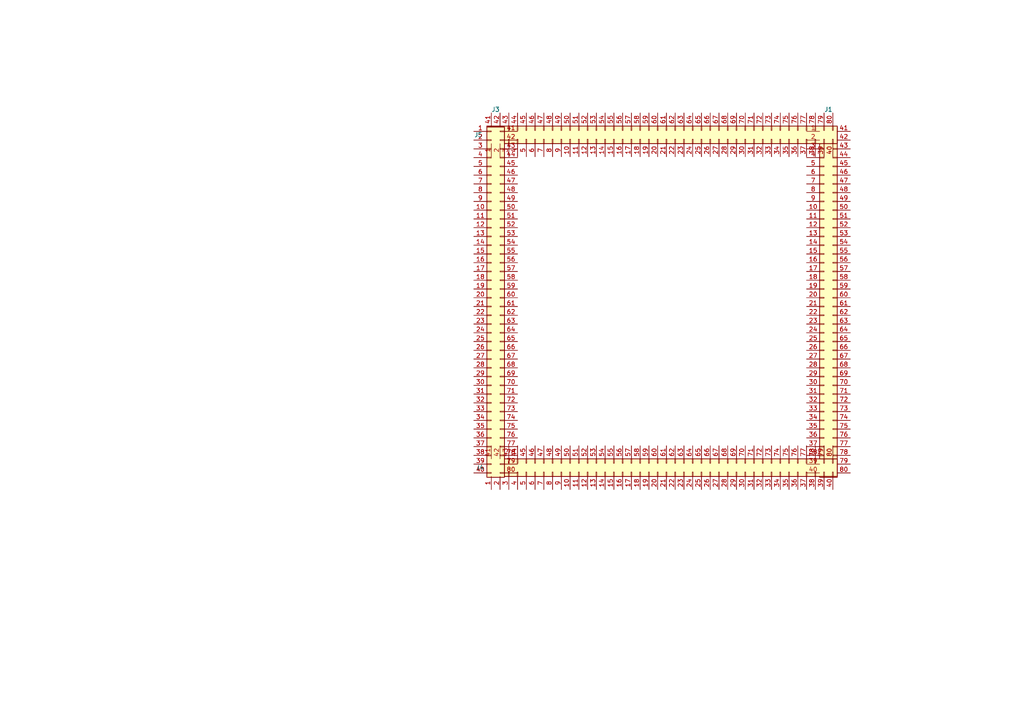
<source format=kicad_sch>
(kicad_sch (version 20230121) (generator eeschema)
  (paper "A4")
  (lib_symbols
    (symbol "Connector_Generic:Conn_02x40_Top_Bottom" (pin_names (offset 1.016) hide)
      (property "Reference" "J" (at 1.27 50.8 0))
      (property "Value" "Conn_02x40_Top_Bottom" (at 1.27 -53.34 0))
      (symbol "Conn_02x40_Top_Bottom_1_1"
        (rectangle (start -1.27 -50.673) (end 0 -50.927) (stroke (width 0.1524)))
        (rectangle (start -1.27 -48.133) (end 0 -48.387) (stroke (width 0.1524)))
        (rectangle (start -1.27 -45.593) (end 0 -45.847) (stroke (width 0.1524)))
        (rectangle (start -1.27 -43.053) (end 0 -43.307) (stroke (width 0.1524)))
        (rectangle (start -1.27 -40.513) (end 0 -40.767) (stroke (width 0.1524)))
        (rectangle (start -1.27 -37.973) (end 0 -38.227) (stroke (width 0.1524)))
        (rectangle (start -1.27 -35.433) (end 0 -35.687) (stroke (width 0.1524)))
        (rectangle (start -1.27 -32.893) (end 0 -33.147) (stroke (width 0.1524)))
        (rectangle (start -1.27 -30.353) (end 0 -30.607) (stroke (width 0.1524)))
        (rectangle (start -1.27 -27.813) (end 0 -28.067) (stroke (width 0.1524)))
        (rectangle (start -1.27 -25.273) (end 0 -25.527) (stroke (width 0.1524)))
        (rectangle (start -1.27 -22.733) (end 0 -22.987) (stroke (width 0.1524)))
        (rectangle (start -1.27 -20.193) (end 0 -20.447) (stroke (width 0.1524)))
        (rectangle (start -1.27 -17.653) (end 0 -17.907) (stroke (width 0.1524)))
        (rectangle (start -1.27 -15.113) (end 0 -15.367) (stroke (width 0.1524)))
        (rectangle (start -1.27 -12.573) (end 0 -12.827) (stroke (width 0.1524)))
        (rectangle (start -1.27 -10.033) (end 0 -10.287) (stroke (width 0.1524)))
        (rectangle (start -1.27 -7.493) (end 0 -7.747) (stroke (width 0.1524)))
        (rectangle (start -1.27 -4.953) (end 0 -5.207) (stroke (width 0.1524)))
        (rectangle (start -1.27 -2.413) (end 0 -2.667) (stroke (width 0.1524)))
        (rectangle (start -1.27 0.127) (end 0 -0.127) (stroke (width 0.1524)))
        (rectangle (start -1.27 2.667) (end 0 2.413) (stroke (width 0.1524)))
        (rectangle (start -1.27 5.207) (end 0 4.953) (stroke (width 0.1524)))
        (rectangle (start -1.27 7.747) (end 0 7.493) (stroke (width 0.1524)))
        (rectangle (start -1.27 10.287) (end 0 10.033) (stroke (width 0.1524)))
        (rectangle (start -1.27 12.827) (end 0 12.573) (stroke (width 0.1524)))
        (rectangle (start -1.27 15.367) (end 0 15.113) (stroke (width 0.1524)))
        (rectangle (start -1.27 17.907) (end 0 17.653) (stroke (width 0.1524)))
        (rectangle (start -1.27 20.447) (end 0 20.193) (stroke (width 0.1524)))
        (rectangle (start -1.27 22.987) (end 0 22.733) (stroke (width 0.1524)))
        (rectangle (start -1.27 25.527) (end 0 25.273) (stroke (width 0.1524)))
        (rectangle (start -1.27 28.067) (end 0 27.813) (stroke (width 0.1524)))
        (rectangle (start -1.27 30.607) (end 0 30.353) (stroke (width 0.1524)))
        (rectangle (start -1.27 33.147) (end 0 32.893) (stroke (width 0.1524)))
        (rectangle (start -1.27 35.687) (end 0 35.433) (stroke (width 0.1524)))
        (rectangle (start -1.27 38.227) (end 0 37.973) (stroke (width 0.1524)))
        (rectangle (start -1.27 40.767) (end 0 40.513) (stroke (width 0.1524)))
        (rectangle (start -1.27 43.307) (end 0 43.053) (stroke (width 0.1524)))
        (rectangle (start -1.27 45.847) (end 0 45.593) (stroke (width 0.1524)))
        (rectangle (start -1.27 48.387) (end 0 48.133) (stroke (width 0.1524)))
        (rectangle (start -1.27 49.53) (end 3.81 -52.07) (stroke (width 0.254)) (fill (type background)))
        (rectangle (start 3.81 -50.673) (end 2.54 -50.927) (stroke (width 0.1524)))
        (rectangle (start 3.81 -48.133) (end 2.54 -48.387) (stroke (width 0.1524)))
        (rectangle (start 3.81 -45.593) (end 2.54 -45.847) (stroke (width 0.1524)))
        (rectangle (start 3.81 -43.053) (end 2.54 -43.307) (stroke (width 0.1524)))
        (rectangle (start 3.81 -40.513) (end 2.54 -40.767) (stroke (width 0.1524)))
        (rectangle (start 3.81 -37.973) (end 2.54 -38.227) (stroke (width 0.1524)))
        (rectangle (start 3.81 -35.433) (end 2.54 -35.687) (stroke (width 0.1524)))
        (rectangle (start 3.81 -32.893) (end 2.54 -33.147) (stroke (width 0.1524)))
        (rectangle (start 3.81 -30.353) (end 2.54 -30.607) (stroke (width 0.1524)))
        (rectangle (start 3.81 -27.813) (end 2.54 -28.067) (stroke (width 0.1524)))
        (rectangle (start 3.81 -25.273) (end 2.54 -25.527) (stroke (width 0.1524)))
        (rectangle (start 3.81 -22.733) (end 2.54 -22.987) (stroke (width 0.1524)))
        (rectangle (start 3.81 -20.193) (end 2.54 -20.447) (stroke (width 0.1524)))
        (rectangle (start 3.81 -17.653) (end 2.54 -17.907) (stroke (width 0.1524)))
        (rectangle (start 3.81 -15.113) (end 2.54 -15.367) (stroke (width 0.1524)))
        (rectangle (start 3.81 -12.573) (end 2.54 -12.827) (stroke (width 0.1524)))
        (rectangle (start 3.81 -10.033) (end 2.54 -10.287) (stroke (width 0.1524)))
        (rectangle (start 3.81 -7.493) (end 2.54 -7.747) (stroke (width 0.1524)))
        (rectangle (start 3.81 -4.953) (end 2.54 -5.207) (stroke (width 0.1524)))
        (rectangle (start 3.81 -2.413) (end 2.54 -2.667) (stroke (width 0.1524)))
        (rectangle (start 3.81 0.127) (end 2.54 -0.127) (stroke (width 0.1524)))
        (rectangle (start 3.81 2.667) (end 2.54 2.413) (stroke (width 0.1524)))
        (rectangle (start 3.81 5.207) (end 2.54 4.953) (stroke (width 0.1524)))
        (rectangle (start 3.81 7.747) (end 2.54 7.493) (stroke (width 0.1524)))
        (rectangle (start 3.81 10.287) (end 2.54 10.033) (stroke (width 0.1524)))
        (rectangle (start 3.81 12.827) (end 2.54 12.573) (stroke (width 0.1524)))
        (rectangle (start 3.81 15.367) (end 2.54 15.113) (stroke (width 0.1524)))
        (rectangle (start 3.81 17.907) (end 2.54 17.653) (stroke (width 0.1524)))
        (rectangle (start 3.81 20.447) (end 2.54 20.193) (stroke (width 0.1524)))
        (rectangle (start 3.81 22.987) (end 2.54 22.733) (stroke (width 0.1524)))
        (rectangle (start 3.81 25.527) (end 2.54 25.273) (stroke (width 0.1524)))
        (rectangle (start 3.81 28.067) (end 2.54 27.813) (stroke (width 0.1524)))
        (rectangle (start 3.81 30.607) (end 2.54 30.353) (stroke (width 0.1524)))
        (rectangle (start 3.81 33.147) (end 2.54 32.893) (stroke (width 0.1524)))
        (rectangle (start 3.81 35.687) (end 2.54 35.433) (stroke (width 0.1524)))
        (rectangle (start 3.81 38.227) (end 2.54 37.973) (stroke (width 0.1524)))
        (rectangle (start 3.81 40.767) (end 2.54 40.513) (stroke (width 0.1524)))
        (rectangle (start 3.81 43.307) (end 2.54 43.053) (stroke (width 0.1524)))
        (rectangle (start 3.81 45.847) (end 2.54 45.593) (stroke (width 0.1524)))
        (rectangle (start 3.81 48.387) (end 2.54 48.133) (stroke (width 0.1524)))
        (pin passive line (at -5.08 48.26 0) (length 3.81) (name "Pin_1") (number "1"))
        (pin passive line (at -5.08 25.4 0) (length 3.81) (name "Pin_10") (number "10"))
        (pin passive line (at -5.08 22.86 0) (length 3.81) (name "Pin_11") (number "11"))
        (pin passive line (at -5.08 20.32 0) (length 3.81) (name "Pin_12") (number "12"))
        (pin passive line (at -5.08 17.78 0) (length 3.81) (name "Pin_13") (number "13"))
        (pin passive line (at -5.08 15.24 0) (length 3.81) (name "Pin_14") (number "14"))
        (pin passive line (at -5.08 12.7 0) (length 3.81) (name "Pin_15") (number "15"))
        (pin passive line (at -5.08 10.16 0) (length 3.81) (name "Pin_16") (number "16"))
        (pin passive line (at -5.08 7.62 0) (length 3.81) (name "Pin_17") (number "17"))
        (pin passive line (at -5.08 5.08 0) (length 3.81) (name "Pin_18") (number "18"))
        (pin passive line (at -5.08 2.54 0) (length 3.81) (name "Pin_19") (number "19"))
        (pin passive line (at -5.08 45.72 0) (length 3.81) (name "Pin_2") (number "2"))
        (pin passive line (at -5.08 0 0) (length 3.81) (name "Pin_20") (number "20"))
        (pin passive line (at -5.08 -2.54 0) (length 3.81) (name "Pin_21") (number "21"))
        (pin passive line (at -5.08 -5.08 0) (length 3.81) (name "Pin_22") (number "22"))
        (pin passive line (at -5.08 -7.62 0) (length 3.81) (name "Pin_23") (number "23"))
        (pin passive line (at -5.08 -10.16 0) (length 3.81) (name "Pin_24") (number "24"))
        (pin passive line (at -5.08 -12.7 0) (length 3.81) (name "Pin_25") (number "25"))
        (pin passive line (at -5.08 -15.24 0) (length 3.81) (name "Pin_26") (number "26"))
        (pin passive line (at -5.08 -17.78 0) (length 3.81) (name "Pin_27") (number "27"))
        (pin passive line (at -5.08 -20.32 0) (length 3.81) (name "Pin_28") (number "28"))
        (pin passive line (at -5.08 -22.86 0) (length 3.81) (name "Pin_29") (number "29"))
        (pin passive line (at -5.08 43.18 0) (length 3.81) (name "Pin_3") (number "3"))
        (pin passive line (at -5.08 -25.4 0) (length 3.81) (name "Pin_30") (number "30"))
        (pin passive line (at -5.08 -27.94 0) (length 3.81) (name "Pin_31") (number "31"))
        (pin passive line (at -5.08 -30.48 0) (length 3.81) (name "Pin_32") (number "32"))
        (pin passive line (at -5.08 -33.02 0) (length 3.81) (name "Pin_33") (number "33"))
        (pin passive line (at -5.08 -35.56 0) (length 3.81) (name "Pin_34") (number "34"))
        (pin passive line (at -5.08 -38.1 0) (length 3.81) (name "Pin_35") (number "35"))
        (pin passive line (at -5.08 -40.64 0) (length 3.81) (name "Pin_36") (number "36"))
        (pin passive line (at -5.08 -43.18 0) (length 3.81) (name "Pin_37") (number "37"))
        (pin passive line (at -5.08 -45.72 0) (length 3.81) (name "Pin_38") (number "38"))
        (pin passive line (at -5.08 -48.26 0) (length 3.81) (name "Pin_39") (number "39"))
        (pin passive line (at -5.08 40.64 0) (length 3.81) (name "Pin_4") (number "4"))
        (pin passive line (at -5.08 -50.8 0) (length 3.81) (name "Pin_40") (number "40"))
        (pin passive line (at 7.62 48.26 180) (length 3.81) (name "Pin_41") (number "41"))
        (pin passive line (at 7.62 45.72 180) (length 3.81) (name "Pin_42") (number "42"))
        (pin passive line (at 7.62 43.18 180) (length 3.81) (name "Pin_43") (number "43"))
        (pin passive line (at 7.62 40.64 180) (length 3.81) (name "Pin_44") (number "44"))
        (pin passive line (at 7.62 38.1 180) (length 3.81) (name "Pin_45") (number "45"))
        (pin passive line (at 7.62 35.56 180) (length 3.81) (name "Pin_46") (number "46"))
        (pin passive line (at 7.62 33.02 180) (length 3.81) (name "Pin_47") (number "47"))
        (pin passive line (at 7.62 30.48 180) (length 3.81) (name "Pin_48") (number "48"))
        (pin passive line (at 7.62 27.94 180) (length 3.81) (name "Pin_49") (number "49"))
        (pin passive line (at -5.08 38.1 0) (length 3.81) (name "Pin_5") (number "5"))
        (pin passive line (at 7.62 25.4 180) (length 3.81) (name "Pin_50") (number "50"))
        (pin passive line (at 7.62 22.86 180) (length 3.81) (name "Pin_51") (number "51"))
        (pin passive line (at 7.62 20.32 180) (length 3.81) (name "Pin_52") (number "52"))
        (pin passive line (at 7.62 17.78 180) (length 3.81) (name "Pin_53") (number "53"))
        (pin passive line (at 7.62 15.24 180) (length 3.81) (name "Pin_54") (number "54"))
        (pin passive line (at 7.62 12.7 180) (length 3.81) (name "Pin_55") (number "55"))
        (pin passive line (at 7.62 10.16 180) (length 3.81) (name "Pin_56") (number "56"))
        (pin passive line (at 7.62 7.62 180) (length 3.81) (name "Pin_57") (number "57"))
        (pin passive line (at 7.62 5.08 180) (length 3.81) (name "Pin_58") (number "58"))
        (pin passive line (at 7.62 2.54 180) (length 3.81) (name "Pin_59") (number "59"))
        (pin passive line (at -5.08 35.56 0) (length 3.81) (name "Pin_6") (number "6"))
        (pin passive line (at 7.62 0 180) (length 3.81) (name "Pin_60") (number "60"))
        (pin passive line (at 7.62 -2.54 180) (length 3.81) (name "Pin_61") (number "61"))
        (pin passive line (at 7.62 -5.08 180) (length 3.81) (name "Pin_62") (number "62"))
        (pin passive line (at 7.62 -7.62 180) (length 3.81) (name "Pin_63") (number "63"))
        (pin passive line (at 7.62 -10.16 180) (length 3.81) (name "Pin_64") (number "64"))
        (pin passive line (at 7.62 -12.7 180) (length 3.81) (name "Pin_65") (number "65"))
        (pin passive line (at 7.62 -15.24 180) (length 3.81) (name "Pin_66") (number "66"))
        (pin passive line (at 7.62 -17.78 180) (length 3.81) (name "Pin_67") (number "67"))
        (pin passive line (at 7.62 -20.32 180) (length 3.81) (name "Pin_68") (number "68"))
        (pin passive line (at 7.62 -22.86 180) (length 3.81) (name "Pin_69") (number "69"))
        (pin passive line (at -5.08 33.02 0) (length 3.81) (name "Pin_7") (number "7"))
        (pin passive line (at 7.62 -25.4 180) (length 3.81) (name "Pin_70") (number "70"))
        (pin passive line (at 7.62 -27.94 180) (length 3.81) (name "Pin_71") (number "71"))
        (pin passive line (at 7.62 -30.48 180) (length 3.81) (name "Pin_72") (number "72"))
        (pin passive line (at 7.62 -33.02 180) (length 3.81) (name "Pin_73") (number "73"))
        (pin passive line (at 7.62 -35.56 180) (length 3.81) (name "Pin_74") (number "74"))
        (pin passive line (at 7.62 -38.1 180) (length 3.81) (name "Pin_75") (number "75"))
        (pin passive line (at 7.62 -40.64 180) (length 3.81) (name "Pin_76") (number "76"))
        (pin passive line (at 7.62 -43.18 180) (length 3.81) (name "Pin_77") (number "77"))
        (pin passive line (at 7.62 -45.72 180) (length 3.81) (name "Pin_78") (number "78"))
        (pin passive line (at 7.62 -48.26 180) (length 3.81) (name "Pin_79") (number "79"))
        (pin passive line (at -5.08 30.48 0) (length 3.81) (name "Pin_8") (number "8"))
        (pin passive line (at 7.62 -50.8 180) (length 3.81) (name "Pin_80") (number "80"))
        (pin passive line (at -5.08 27.94 0) (length 3.81) (name "Pin_9") (number "9"))
      )
    )
  )
  (symbol (lib_id "Connector_Generic:Conn_02x40_Top_Bottom") (at 190.754 136.906 90) (unit 1)
    (property "Reference" "J4" (at 140.462 135.636 90) (effects (justify left)))
    (property "Value" "Conn_02x40_Top_Bottom" (effects hide))
    (property "Footprint" "Connector_PinHeader_2.54mm:PinHeader_2x40_P2.54mm_Vertical" (effects hide))
  )
  (symbol (lib_id "Connector_Generic:Conn_02x40_Top_Bottom") (at 190.754 40.386 90) (unit 1)
    (property "Reference" "J5" (at 139.954 39.116 90) (effects (justify left)))
    (property "Value" "Conn_02x40_Top_Bottom" (effects hide))
    (property "Footprint" "Connector_PinHeader_2.54mm:PinHeader_2x40_P2.54mm_Vertical" (effects hide))
  )
  (symbol (lib_id "Connector_Generic:Conn_02x40_Top_Bottom") (at 239.014 86.36 0) (unit 1)
    (property "Reference" "J1" (at 240.284 31.75 0))
    (property "Value" "Conn_02x40_Top_Bottom" (effects hide))
    (property "Footprint" "Connector_PinHeader_2.54mm:PinHeader_2x40_P2.54mm_Vertical" (effects hide))
  )
  (symbol (lib_id "Connector_Generic:Conn_02x40_Top_Bottom") (at 142.494 86.36 0) (unit 1)
    (property "Reference" "J3" (at 143.764 31.75 0))
    (property "Value" "Conn_02x40_Top_Bottom" (effects hide))
    (property "Footprint" "Connector_PinHeader_2.54mm:PinHeader_2x40_P2.54mm_Vertical" (effects hide))
  )
)
</source>
